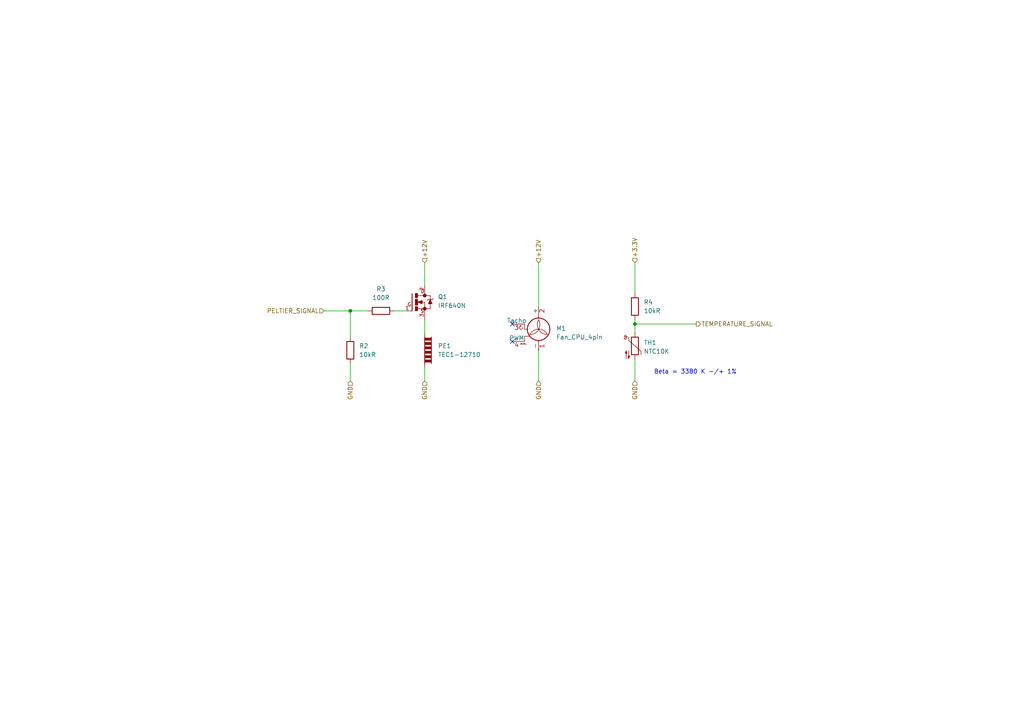
<source format=kicad_sch>
(kicad_sch (version 20250114) (generator "eeschema") (generator_version "9.0")
  (paper "A4")
  (title_block (title "Geladinho, Temperature control") (date "2025-11-20") (rev "v1.0.0") (company "Universidade Federal Do Ceará"))
  (lib_symbols
    (symbol "Device:PeltierElement" (pin_numbers (hide yes)) (pin_names (offset 0))
      (property "Reference" "PE" (at 0 3.175 0))
      (property "Value" "PeltierElement" (at 0 -1.27 0))
      (symbol "PeltierElement_0_1"
        (polyline (pts (xy -3.81 1.905) (xy 3.81 1.905)) (stroke (width 0.254)))
        (polyline (pts (xy -3.81 0) (xy 3.81 0)) (stroke (width 0.254)) (fill (type outline)))
        (rectangle (start -3.556 1.905) (end -2.921 0) (fill (type outline)))
        (rectangle (start -2.286 1.905) (end -1.651 0) (fill (type outline)))
        (rectangle (start -0.381 1.905) (end -1.016 0) (fill (type outline)))
        (rectangle (start 0.889 1.905) (end 0.254 0) (fill (type outline)))
        (rectangle (start 1.524 0) (end 2.159 1.905) (fill (type outline)))
        (rectangle (start 2.794 0) (end 3.429 1.905) (fill (type outline)))
      )
      (symbol "PeltierElement_1_1"
        (pin passive line (at -5.08 0 0) (length 1.27) (name "~") (number "1"))
        (pin passive line (at 5.08 0 180) (length 1.27) (name "~") (number "2"))
      )
    )
    (symbol "Device:R" (pin_numbers (hide yes)) (pin_names (offset 0))
      (property "Reference" "R" (at 2.032 0 90))
      (property "Value" "R" (at 0 0 90))
      (symbol "R_0_1"
        (rectangle (start -1.016 -2.54) (end 1.016 2.54) (stroke (width 0.254)))
      )
      (symbol "R_1_1"
        (pin passive line (at 0 3.81 270) (length 1.27) (name "~") (number "1"))
        (pin passive line (at 0 -3.81 90) (length 1.27) (name "~") (number "2"))
      )
    )
    (symbol "Device:Thermistor_NTC" (pin_numbers (hide yes)) (pin_names (offset 0))
      (property "Reference" "TH" (at -4.445 0 90))
      (property "Value" "Thermistor_NTC" (at 3.175 0 90))
      (symbol "Thermistor_NTC_0_1"
        (arc (start -3.175 2.413) (mid -3.0506 2.3165) (end -3.048 2.159))
        (arc (start -3.048 2.794) (mid -2.9736 2.9736) (end -2.794 3.048))
        (arc (start -2.794 3.048) (mid -2.6144 2.9736) (end -2.54 2.794))
        (arc (start -2.794 2.54) (mid -2.9736 2.6144) (end -3.048 2.794))
        (arc (start -2.794 1.905) (mid -2.9736 1.9794) (end -3.048 2.159))
        (arc (start -2.54 2.159) (mid -2.6144 1.9794) (end -2.794 1.905))
        (arc (start -2.159 2.794) (mid -2.434 2.5608) (end -2.794 2.54))
        (polyline (pts (xy -2.54 2.159) (xy -2.54 2.794)))
        (polyline (pts (xy -2.54 -3.683) (xy -2.54 -1.397) (xy -2.794 -2.159) (xy -2.286 -2.159) (xy -2.54 -1.397) (xy -2.54 -1.651)) (fill (type outline)))
        (polyline (pts (xy -1.778 2.54) (xy -1.778 1.524) (xy 1.778 -1.524) (xy 1.778 -2.54)))
        (polyline (pts (xy -1.778 -1.397) (xy -1.778 -3.683) (xy -2.032 -2.921) (xy -1.524 -2.921) (xy -1.778 -3.683) (xy -1.778 -3.429)) (fill (type outline)))
        (rectangle (start -1.016 2.54) (end 1.016 -2.54) (stroke (width 0.254)))
      )
      (symbol "Thermistor_NTC_1_1"
        (pin passive line (at 0 3.81 270) (length 1.27) (name "~") (number "1"))
        (pin passive line (at 0 -3.81 90) (length 1.27) (name "~") (number "2"))
      )
    )
    (symbol "IRF640N:IRF640N" (pin_names (offset 1.016))
      (property "Reference" "Q" (at 6.3564 0 0))
      (property "Value" "IRF640N" (at 6.3559 -2.5424 0))
      (symbol "IRF640N_0_0"
        (polyline (pts (xy -1.1176 2.413) (xy -1.1176 -2.54)) (stroke (width 0.254)))
        (polyline (pts (xy -1.1176 -2.54) (xy -2.54 -2.54)) (stroke (width 0.1524)))
        (rectangle (start -0.2545 -0.8907) (end 0.508 0.889) (stroke (width 0.1)) (fill (type outline)))
        (rectangle (start -0.2544 1.2719) (end 0.508 2.54) (stroke (width 0.1)) (fill (type outline)))
        (rectangle (start -0.2541 -2.5414) (end 0.508 -1.27) (stroke (width 0.1)) (fill (type outline)))
        (polyline (pts (xy 0.508 0) (xy 1.778 -0.508)) (stroke (width 0.1524)))
        (polyline (pts (xy 0.508 -1.905) (xy 2.54 -1.905)) (stroke (width 0.1524)))
        (polyline (pts (xy 0.762 0) (xy 1.651 -0.254)) (stroke (width 0.3048)))
        (polyline (pts (xy 1.651 0.254) (xy 0.762 0)) (stroke (width 0.3048)))
        (polyline (pts (xy 1.651 0) (xy 1.397 0)) (stroke (width 0.3048)))
        (polyline (pts (xy 1.651 0) (xy 2.54 0)) (stroke (width 0.1524)))
        (polyline (pts (xy 1.651 -0.254) (xy 1.651 0)) (stroke (width 0.3048)))
        (polyline (pts (xy 1.778 0.508) (xy 0.508 0)) (stroke (width 0.1524)))
        (polyline (pts (xy 1.778 -0.508) (xy 1.778 0.508)) (stroke (width 0.1524)))
        (polyline (pts (xy 2.54 2.54) (xy 2.54 1.905)) (stroke (width 0.1524)))
        (polyline (pts (xy 2.54 1.905) (xy 0.5334 1.905)) (stroke (width 0.1524)))
        (polyline (pts (xy 2.54 1.905) (xy 4.1275 1.905)) (stroke (width 0.1524)))
        (circle (center 2.54 1.905) (radius 0.127) (stroke (width 0.4064)))
        (polyline (pts (xy 2.54 0) (xy 2.54 -1.905)) (stroke (width 0.1524)))
        (polyline (pts (xy 2.54 -1.905) (xy 2.54 -2.54)) (stroke (width 0.1524)))
        (circle (center 2.54 -1.905) (radius 0.127) (stroke (width 0.4064)))
        (polyline (pts (xy 3.4925 0.762) (xy 3.2385 0.508)) (stroke (width 0.1524)))
        (polyline (pts (xy 3.4925 0.762) (xy 4.1275 0.762)) (stroke (width 0.1524)))
        (polyline (pts (xy 3.5719 -0.4763) (xy 4.1275 -0.4763)) (stroke (width 0.1524)))
        (polyline (pts (xy 4.1275 1.905) (xy 4.1275 0.762)) (stroke (width 0.1524)))
        (polyline (pts (xy 4.1275 0.762) (xy 3.5719 -0.4763)) (stroke (width 0.1524)))
        (polyline (pts (xy 4.1275 0.762) (xy 4.7625 0.762)) (stroke (width 0.1524)))
        (polyline (pts (xy 4.1275 0.635) (xy 3.6513 -0.3969) (xy 4.6038 -0.3969) (xy 4.1275 0.635)) (stroke (width 0.1524)) (fill (type outline)))
        (polyline (pts (xy 4.1275 -0.4763) (xy 4.1275 -1.905)) (stroke (width 0.1524)))
        (polyline (pts (xy 4.1275 -0.4763) (xy 4.6831 -0.4763)) (stroke (width 0.1524)))
        (polyline (pts (xy 4.1275 -1.905) (xy 2.54 -1.905)) (stroke (width 0.1524)))
        (polyline (pts (xy 4.6831 -0.4763) (xy 4.1275 0.762)) (stroke (width 0.1524)))
        (polyline (pts (xy 4.7625 0.762) (xy 5.0165 1.016)) (stroke (width 0.1524)))
        (text "G" (at -2.5417 -1.2709 0) (effects (font (size 1.0167 1.0167)) (justify left bottom)))
        (text "D" (at 1.2702 2.5404 0) (effects (font (size 1.0162 1.0162)) (justify left bottom)))
        (text "S" (at 1.2703 -3.1757 0) (effects (font (size 1.0162 1.0162)) (justify left bottom)))
        (pin passive line (at -2.54 -2.54 0) (length 0) (name "~") (number "1"))
        (pin passive line (at 2.54 5.08 270) (length 2.54) (name "~") (number "2"))
        (pin passive line (at 2.54 -5.08 90) (length 2.54) (name "~") (number "3"))
      )
    )
    (symbol "Motor:Fan_CPU_4pin" (pin_names (offset 0))
      (property "Reference" "M" (at 2.54 5.08 0))
      (property "Value" "Fan_CPU_4pin" (at 2.54 -2.54 0))
      (symbol "Fan_CPU_4pin_0_0"
        (polyline (pts (xy -5.08 2.032) (xy -5.334 2.159)))
        (polyline (pts (xy -5.08 2.032) (xy -5.207 1.778)))
        (arc (start -4.572 1.524) (mid -5.08 1.0182) (end -5.588 1.524))
        (arc (start -5.588 1.524) (mid -5.4392 1.8832) (end -5.08 2.032))
        (polyline (pts (xy -4.064 2.54) (xy -4.064 1.016) (xy -3.302 1.016)))
      )
      (symbol "Fan_CPU_4pin_0_1"
        (polyline (pts (xy -5.334 -3.302) (xy -5.08 -3.302) (xy -5.08 -3.048) (xy -4.826 -3.048) (xy -4.826 -3.302) (xy -4.318 -3.302) (xy -4.318 -3.048) (xy -4.064 -3.048) (xy -4.064 -3.302) (xy -3.556 -3.302)))
        (polyline (pts (xy -4.064 2.54) (xy -5.08 2.54)))
        (polyline (pts (xy -2.54 -1.016) (xy -4.064 -1.016) (xy -4.064 -2.54) (xy -5.08 -2.54)))
        (arc (start 0 3.81) (mid -0.0015 0.9048) (end -2.54 -0.508))
        (polyline (pts (xy 0 4.572) (xy 0 5.08)))
        (polyline (pts (xy 0 4.2672) (xy 0 4.6228)))
        (circle (center 0 1.016) (radius 3.2512) (stroke (width 0.254)))
        (arc (start -2.54 -0.508) (mid 0 1.0618) (end 2.54 -0.508))
        (polyline (pts (xy 0 -2.2352) (xy 0 -2.6416)))
        (polyline (pts (xy 0 -5.08) (xy 0 -4.572)))
        (arc (start 2.54 -0.508) (mid 0.047 0.9315) (end 0 3.81))
      )
      (symbol "Fan_CPU_4pin_1_1"
        (pin passive line (at -7.62 2.54 0) (length 2.54) (name "Tacho") (number "3"))
        (pin input line (at -7.62 -2.54 0) (length 2.54) (name "PWM") (number "4"))
        (pin passive line (at 0 7.62 270) (length 2.54) (name "+") (number "2"))
        (pin passive line (at 0 -5.08 90) (length 2.54) (name "-") (number "1"))
      )
    )
  )
  (text "Beta = 3380 K -/+ 1%" (at 201.676 107.95 0) (effects (font (size 1.27 1.27))))
  (junction (at 184.15 93.98))
  (junction (at 101.6 90.17))
  (no_connect (at 148.59 93.98))
  (no_connect (at 148.59 99.06))
  (wire (pts (xy 184.15 93.98) (xy 184.15 96.52)))
  (wire (pts (xy 184.15 92.71) (xy 184.15 93.98)))
  (wire (pts (xy 184.15 104.14) (xy 184.15 110.49)))
  (wire (pts (xy 101.6 105.41) (xy 101.6 110.49)))
  (wire (pts (xy 123.19 106.68) (xy 123.19 110.49)))
  (wire (pts (xy 101.6 90.17) (xy 106.68 90.17)))
  (wire (pts (xy 114.3 90.17) (xy 118.11 90.17)))
  (wire (pts (xy 93.98 90.17) (xy 101.6 90.17)))
  (wire (pts (xy 156.21 76.2) (xy 156.21 88.9)))
  (wire (pts (xy 156.21 101.6) (xy 156.21 110.49)))
  (wire (pts (xy 184.15 76.2) (xy 184.15 85.09)))
  (wire (pts (xy 101.6 90.17) (xy 101.6 97.79)))
  (wire (pts (xy 123.19 76.2) (xy 123.19 82.55)))
  (wire (pts (xy 184.15 93.98) (xy 201.93 93.98)))
  (wire (pts (xy 123.19 92.71) (xy 123.19 96.52)))
  (hierarchical_label "GND" (shape input) (at 123.19 110.49 270))
  (hierarchical_label "GND" (shape input) (at 184.15 110.49 270))
  (hierarchical_label "+3.3V" (shape input) (at 184.15 76.2 90))
  (hierarchical_label "+12V" (shape input) (at 156.21 76.2 90))
  (hierarchical_label "GND" (shape input) (at 156.21 110.49 270))
  (hierarchical_label "GND" (shape input) (at 101.6 110.49 270))
  (hierarchical_label "+12V" (shape input) (at 123.19 76.2 90))
  (hierarchical_label "PELTIER_SIGNAL" (shape input) (at 93.98 90.17 180))
  (hierarchical_label "TEMPERATURE_SIGNAL" (shape output) (at 201.93 93.98 0))
  (symbol (lib_id "Motor:Fan_CPU_4pin") (at 156.21 96.52 0) (unit 1)
    (property "Reference" "M1" (at 161.29 95.2499 0) (effects (justify left)))
    (property "Value" "Fan_CPU_4pin" (at 161.29 97.7899 0) (effects (justify left)))
    (property "Datasheet" "http://www.formfactors.org/developer%5Cspecs%5Crev1_2_public.pdf" (effects (hide yes)))
    (property "Description" "CPU Fan, tacho output, PWM input, 4-pin connector" (effects (hide yes)))
  )
  (symbol (lib_id "IRF640N:IRF640N") (at 120.65 87.63 0) (unit 1)
    (property "Reference" "Q1" (at 127 86.0977 0) (effects (justify left)))
    (property "Value" "IRF640N" (at 127 88.6377 0) (effects (justify left)))
    (property "MF" "Infineon Technologies" (effects (hide yes)))
    (property "Description_1" "N-Channel 200V 18A (Tc) 150W (Tc) Through Hole TO-220AB" (effects (hide yes)))
    (property "Package" "TO-263-3 Infineon Technologies" (effects (hide yes)))
    (property "Price" "None" (effects (hide yes)))
    (property "SnapEDA_Link" "https://www.snapeda.com/parts/IRF640N/Infineon/view-part/?ref=snap" (effects (hide yes)))
    (property "MP" "IRF640N" (effects (hide yes)))
    (property "Availability" "Not in stock" (effects (hide yes)))
    (property "Check_prices" "https://www.snapeda.com/parts/IRF640N/Infineon/view-part/?ref=eda" (effects (hide yes)))
  )
  (symbol (lib_id "Device:R") (at 184.15 88.9 0) (unit 1)
    (property "Reference" "R4" (at 186.69 87.6299 0) (effects (justify left)))
    (property "Value" "10kR" (at 186.69 90.1699 0) (effects (justify left)))
    (property "Description" "Resistor" (effects (hide yes)))
  )
  (symbol (lib_id "Device:R") (at 110.49 90.17 90) (unit 1)
    (property "Reference" "R3" (at 110.49 83.82 90))
    (property "Value" "100R" (at 110.49 86.36 90))
    (property "Description" "Resistor" (effects (hide yes)))
  )
  (symbol (lib_id "Device:Thermistor_NTC") (at 184.15 100.33 0) (unit 1)
    (property "Reference" "TH1" (at 186.69 99.3774 0) (effects (justify left)))
    (property "Value" "NTC10K" (at 186.69 101.9174 0) (effects (justify left)))
    (property "Description" "Temperature dependent resistor, negative temperature coefficient" (effects (hide yes)))
  )
  (symbol (lib_id "Device:PeltierElement") (at 123.19 101.6 270) (unit 1)
    (property "Reference" "PE1" (at 127 100.3299 90) (effects (justify left)))
    (property "Value" "TEC1-12710" (at 127 102.8699 90) (effects (justify left)))
    (property "Description" "Peltier element, thermoelectric cooler" (effects (hide yes)))
  )
  (symbol (lib_id "Device:R") (at 101.6 101.6 0) (unit 1)
    (property "Reference" "R2" (at 104.14 100.3299 0) (effects (justify left)))
    (property "Value" "10kR" (at 104.14 102.8699 0) (effects (justify left)))
    (property "Description" "Resistor" (effects (hide yes)))
  )
)
</source>
